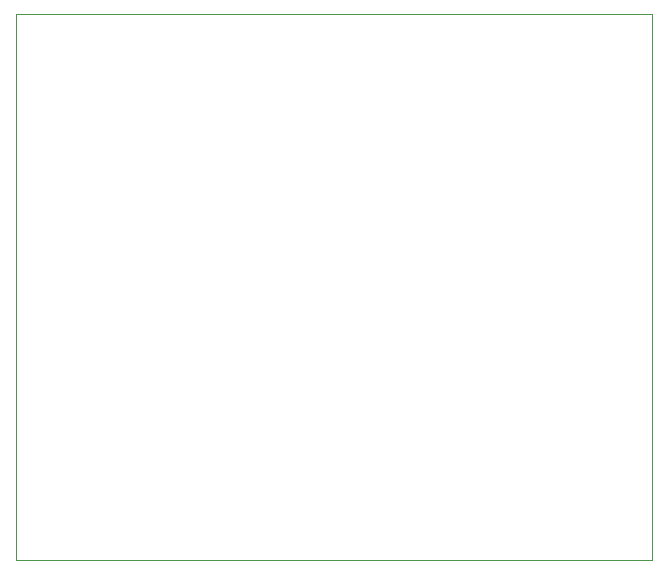
<source format=gbr>
G04 #@! TF.GenerationSoftware,KiCad,Pcbnew,(5.1.5)-2*
G04 #@! TF.CreationDate,2020-04-02T22:08:23-06:00*
G04 #@! TF.ProjectId,AS3935,41533339-3335-42e6-9b69-6361645f7063,rev?*
G04 #@! TF.SameCoordinates,Original*
G04 #@! TF.FileFunction,Profile,NP*
%FSLAX46Y46*%
G04 Gerber Fmt 4.6, Leading zero omitted, Abs format (unit mm)*
G04 Created by KiCad (PCBNEW (5.1.5)-2) date 2020-04-02 22:08:23*
%MOMM*%
%LPD*%
G04 APERTURE LIST*
%ADD10C,0.050000*%
G04 APERTURE END LIST*
D10*
X147828000Y-48260000D02*
X147066000Y-48260000D01*
X147828000Y-94488000D02*
X147828000Y-48260000D01*
X93980000Y-94488000D02*
X147828000Y-94488000D01*
X93980000Y-48260000D02*
X147066000Y-48260000D01*
X93980000Y-94488000D02*
X93980000Y-48260000D01*
M02*

</source>
